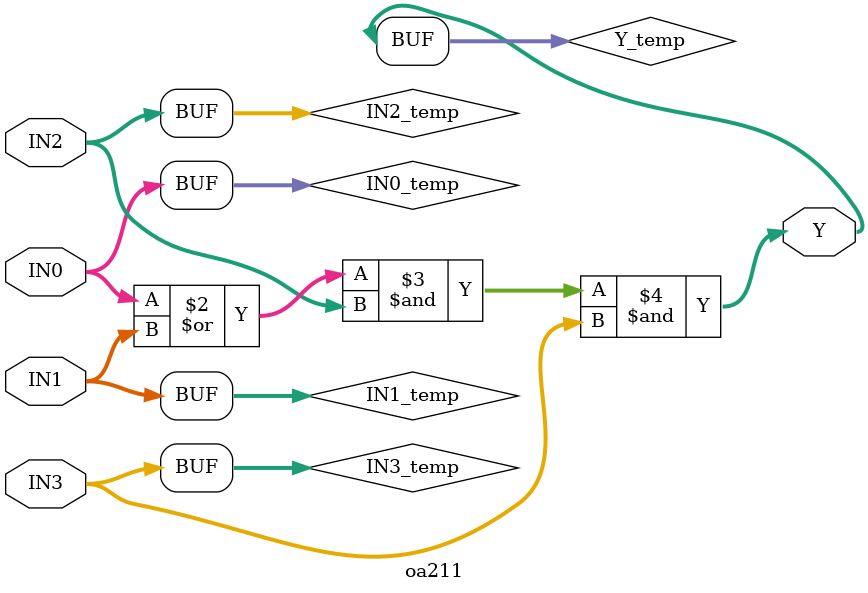
<source format=v>
module oa211(IN0,IN1,IN2,IN3,Y);
  parameter N = 8;
  parameter DPFLAG = 0;
  parameter GROUP = "std";
  parameter
        d_IN0 = 0,
        d_IN1 = 0,
        d_IN2 = 0,
        d_IN3 = 0,
        d_Y = 1;
  input [(N - 1):0] IN0;
  input [(N - 1):0] IN1;
  input [(N - 1):0] IN2;
  input [(N - 1):0] IN3;
  output [(N - 1):0] Y;
  wire [(N - 1):0] IN0_temp;
  wire [(N - 1):0] IN1_temp;
  wire [(N - 1):0] IN2_temp;
  wire [(N - 1):0] IN3_temp;
  reg [(N - 1):0] Y_temp;
  assign #(d_IN0) IN0_temp = IN0;
  assign #(d_IN1) IN1_temp = IN1;
  assign #(d_IN2) IN2_temp = IN2;
  assign #(d_IN3) IN3_temp = IN3;
  assign #(d_Y) Y = Y_temp;
  initial
    begin
    if((DPFLAG == 1))
      $display("(WARNING) The instance %m of type oa211 can't be implemented as a data-path cell");
    end
  always
    @(IN0_temp or IN1_temp or IN2_temp or IN3_temp)
      begin
      Y_temp = (((IN0_temp | IN1_temp) & IN2_temp) & IN3_temp);
      end
endmodule

</source>
